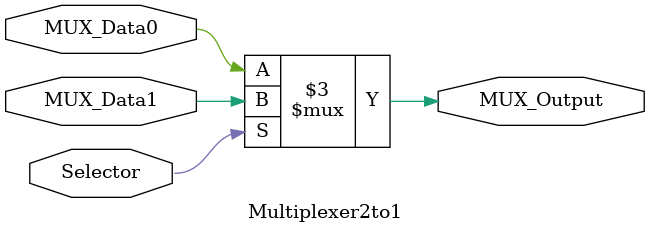
<source format=v>
module Multiplexer2to1

(
	input Selector,
	input MUX_Data0,
	input MUX_Data1,
	
	output reg MUX_Output

);

	always@(Selector,MUX_Data1,MUX_Data0) begin
		if(Selector)
			MUX_Output = MUX_Data1;
		else
			MUX_Output = MUX_Data0;
	end

endmodule
//mux21//
</source>
